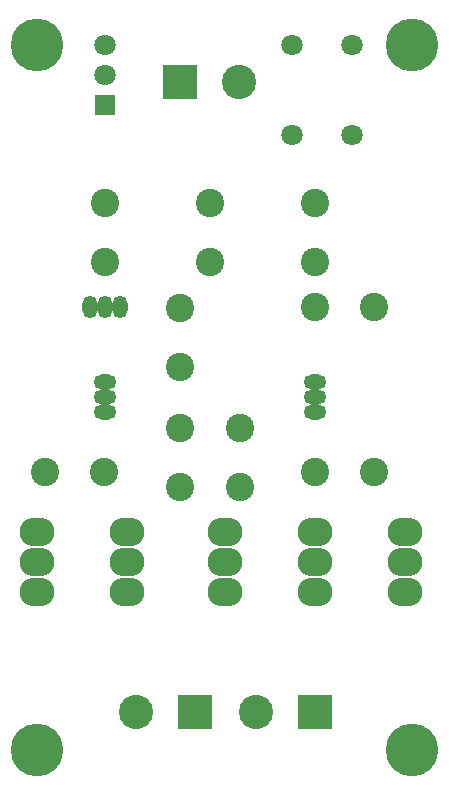
<source format=gts>
G04 #@! TF.FileFunction,Soldermask,Top*
%FSLAX46Y46*%
G04 Gerber Fmt 4.6, Leading zero omitted, Abs format (unit mm)*
G04 Created by KiCad (PCBNEW 4.0.2-stable) date 12/06/2016 3:02:18 PM*
%MOMM*%
G01*
G04 APERTURE LIST*
%ADD10C,0.100000*%
%ADD11C,2.398980*%
%ADD12O,2.940000X2.432000*%
%ADD13O,1.299160X1.901140*%
%ADD14O,1.901140X1.299160*%
%ADD15C,1.797000*%
%ADD16C,4.464000*%
%ADD17R,2.900000X2.900000*%
%ADD18C,2.900000*%
%ADD19R,1.797000X1.797000*%
G04 APERTURE END LIST*
D10*
D11*
X148590000Y-104180640D03*
X148590000Y-109181900D03*
X153670000Y-104180640D03*
X153670000Y-109181900D03*
D12*
X152400000Y-115570000D03*
X152400000Y-118110000D03*
X152400000Y-113030000D03*
X167640000Y-115570000D03*
X167640000Y-118110000D03*
X167640000Y-113030000D03*
D13*
X142240000Y-93980000D03*
X140970000Y-93980000D03*
X143510000Y-93980000D03*
D14*
X160020000Y-101600000D03*
X160020000Y-102870000D03*
X160020000Y-100330000D03*
D12*
X160020000Y-115570000D03*
X160020000Y-118110000D03*
X160020000Y-113030000D03*
X136525000Y-115570000D03*
X136525000Y-118110000D03*
X136525000Y-113030000D03*
X144145000Y-115570000D03*
X144145000Y-118110000D03*
X144145000Y-113030000D03*
D14*
X142240000Y-101600000D03*
X142240000Y-102870000D03*
X142240000Y-100330000D03*
D11*
X151130000Y-85130640D03*
X151130000Y-90131900D03*
X142240000Y-85130640D03*
X142240000Y-90131900D03*
X160060640Y-93980000D03*
X165061900Y-93980000D03*
X160020000Y-85130640D03*
X160020000Y-90131900D03*
X165059360Y-107950000D03*
X160058100Y-107950000D03*
X137200640Y-107950000D03*
X142201900Y-107950000D03*
X148590000Y-94020640D03*
X148590000Y-99021900D03*
D15*
X163195000Y-79375000D03*
X158115000Y-79375000D03*
X163195000Y-71755000D03*
X158115000Y-71755000D03*
D16*
X168275000Y-71755000D03*
X136525000Y-71755000D03*
X136525000Y-131445000D03*
X168275000Y-131445000D03*
D17*
X148590000Y-74930000D03*
D18*
X153590000Y-74930000D03*
D17*
X149860000Y-128270000D03*
D18*
X144860000Y-128270000D03*
D17*
X160020000Y-128270000D03*
D18*
X155020000Y-128270000D03*
D19*
X142240000Y-76835000D03*
D15*
X142240000Y-74295000D03*
X142240000Y-71755000D03*
M02*

</source>
